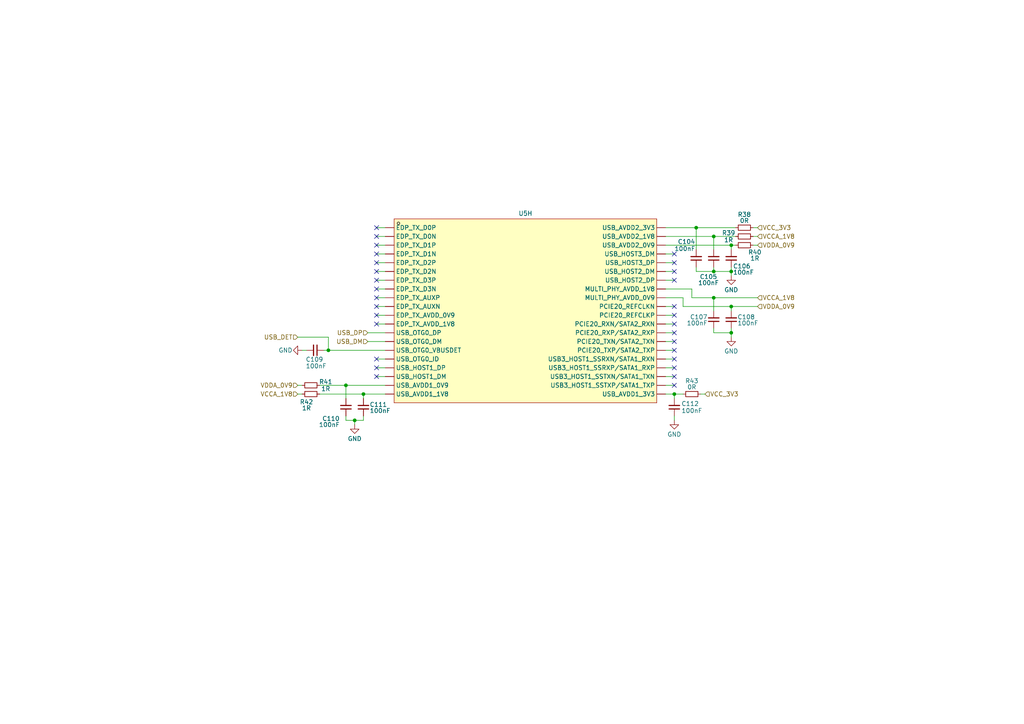
<source format=kicad_sch>
(kicad_sch (version 20250114) (generator "eeschema") (generator_version "9.0")
  (paper "A4")
  (title_block (title "USB AVDD") (date "2025-11-23") (rev "1.0") (company "UVic Rocketry") (comment 1 "Author: Eric Handley"))
  (junction (at 201.93 66.04))
  (junction (at 212.09 71.12))
  (junction (at 212.09 88.9))
  (junction (at 212.09 96.52))
  (junction (at 95.25 101.6))
  (junction (at 212.09 78.74))
  (junction (at 207.01 68.58))
  (junction (at 102.87 121.92))
  (junction (at 100.33 111.76))
  (junction (at 207.01 78.74))
  (junction (at 105.41 114.3))
  (junction (at 207.01 86.36))
  (junction (at 195.58 114.3))
  (no_connect (at 109.22 78.74))
  (no_connect (at 195.58 73.66))
  (no_connect (at 109.22 81.28))
  (no_connect (at 195.58 99.06))
  (no_connect (at 195.58 96.52))
  (no_connect (at 109.22 91.44))
  (no_connect (at 109.22 83.82))
  (no_connect (at 109.22 86.36))
  (no_connect (at 195.58 88.9))
  (no_connect (at 195.58 106.68))
  (no_connect (at 195.58 101.6))
  (no_connect (at 195.58 91.44))
  (no_connect (at 109.22 104.14))
  (no_connect (at 195.58 93.98))
  (no_connect (at 109.22 71.12))
  (no_connect (at 195.58 81.28))
  (no_connect (at 195.58 78.74))
  (no_connect (at 195.58 109.22))
  (no_connect (at 195.58 76.2))
  (no_connect (at 109.22 76.2))
  (no_connect (at 109.22 66.04))
  (no_connect (at 109.22 106.68))
  (no_connect (at 109.22 88.9))
  (no_connect (at 109.22 109.22))
  (no_connect (at 109.22 93.98))
  (no_connect (at 195.58 104.14))
  (no_connect (at 109.22 68.58))
  (no_connect (at 195.58 111.76))
  (no_connect (at 109.22 73.66))
  (wire (pts (xy 109.22 104.14) (xy 111.76 104.14)))
  (wire (pts (xy 201.93 77.47) (xy 201.93 78.74)))
  (wire (pts (xy 212.09 88.9) (xy 219.71 88.9)))
  (wire (pts (xy 219.71 68.58) (xy 218.44 68.58)))
  (wire (pts (xy 212.09 97.79) (xy 212.09 96.52)))
  (wire (pts (xy 207.01 68.58) (xy 207.01 72.39)))
  (wire (pts (xy 198.12 88.9) (xy 212.09 88.9)))
  (wire (pts (xy 212.09 71.12) (xy 213.36 71.12)))
  (wire (pts (xy 109.22 78.74) (xy 111.76 78.74)))
  (wire (pts (xy 109.22 93.98) (xy 111.76 93.98)))
  (wire (pts (xy 201.93 66.04) (xy 201.93 72.39)))
  (wire (pts (xy 86.36 114.3) (xy 87.63 114.3)))
  (wire (pts (xy 212.09 78.74) (xy 212.09 77.47)))
  (wire (pts (xy 109.22 88.9) (xy 111.76 88.9)))
  (wire (pts (xy 207.01 86.36) (xy 219.71 86.36)))
  (wire (pts (xy 207.01 86.36) (xy 207.01 90.17)))
  (wire (pts (xy 109.22 106.68) (xy 111.76 106.68)))
  (wire (pts (xy 201.93 66.04) (xy 213.36 66.04)))
  (wire (pts (xy 92.71 114.3) (xy 105.41 114.3)))
  (wire (pts (xy 95.25 97.79) (xy 95.25 101.6)))
  (wire (pts (xy 200.66 86.36) (xy 207.01 86.36)))
  (wire (pts (xy 195.58 104.14) (xy 193.04 104.14)))
  (wire (pts (xy 105.41 115.57) (xy 105.41 114.3)))
  (wire (pts (xy 100.33 111.76) (xy 111.76 111.76)))
  (wire (pts (xy 207.01 68.58) (xy 213.36 68.58)))
  (wire (pts (xy 212.09 96.52) (xy 212.09 95.25)))
  (wire (pts (xy 100.33 121.92) (xy 102.87 121.92)))
  (wire (pts (xy 195.58 121.92) (xy 195.58 120.65)))
  (wire (pts (xy 195.58 114.3) (xy 198.12 114.3)))
  (wire (pts (xy 212.09 78.74) (xy 207.01 78.74)))
  (wire (pts (xy 193.04 86.36) (xy 198.12 86.36)))
  (wire (pts (xy 195.58 81.28) (xy 193.04 81.28)))
  (wire (pts (xy 109.22 73.66) (xy 111.76 73.66)))
  (wire (pts (xy 105.41 114.3) (xy 111.76 114.3)))
  (wire (pts (xy 212.09 88.9) (xy 212.09 90.17)))
  (wire (pts (xy 106.68 99.06) (xy 111.76 99.06)))
  (wire (pts (xy 198.12 86.36) (xy 198.12 88.9)))
  (wire (pts (xy 102.87 123.19) (xy 102.87 121.92)))
  (wire (pts (xy 86.36 111.76) (xy 87.63 111.76)))
  (wire (pts (xy 195.58 96.52) (xy 193.04 96.52)))
  (wire (pts (xy 86.36 97.79) (xy 95.25 97.79)))
  (wire (pts (xy 195.58 78.74) (xy 193.04 78.74)))
  (wire (pts (xy 109.22 66.04) (xy 111.76 66.04)))
  (wire (pts (xy 212.09 80.01) (xy 212.09 78.74)))
  (wire (pts (xy 109.22 83.82) (xy 111.76 83.82)))
  (wire (pts (xy 195.58 115.57) (xy 195.58 114.3)))
  (wire (pts (xy 102.87 121.92) (xy 105.41 121.92)))
  (wire (pts (xy 195.58 109.22) (xy 193.04 109.22)))
  (wire (pts (xy 109.22 71.12) (xy 111.76 71.12)))
  (wire (pts (xy 212.09 71.12) (xy 212.09 72.39)))
  (wire (pts (xy 204.47 114.3) (xy 203.2 114.3)))
  (wire (pts (xy 193.04 66.04) (xy 201.93 66.04)))
  (wire (pts (xy 193.04 71.12) (xy 212.09 71.12)))
  (wire (pts (xy 207.01 96.52) (xy 207.01 95.25)))
  (wire (pts (xy 207.01 78.74) (xy 207.01 77.47)))
  (wire (pts (xy 193.04 114.3) (xy 195.58 114.3)))
  (wire (pts (xy 195.58 93.98) (xy 193.04 93.98)))
  (wire (pts (xy 105.41 121.92) (xy 105.41 120.65)))
  (wire (pts (xy 100.33 121.92) (xy 100.33 120.65)))
  (wire (pts (xy 193.04 111.76) (xy 195.58 111.76)))
  (wire (pts (xy 87.63 101.6) (xy 88.9 101.6)))
  (wire (pts (xy 93.98 101.6) (xy 95.25 101.6)))
  (wire (pts (xy 106.68 96.52) (xy 111.76 96.52)))
  (wire (pts (xy 109.22 91.44) (xy 111.76 91.44)))
  (wire (pts (xy 195.58 106.68) (xy 193.04 106.68)))
  (wire (pts (xy 109.22 68.58) (xy 111.76 68.58)))
  (wire (pts (xy 212.09 96.52) (xy 207.01 96.52)))
  (wire (pts (xy 109.22 109.22) (xy 111.76 109.22)))
  (wire (pts (xy 195.58 73.66) (xy 193.04 73.66)))
  (wire (pts (xy 195.58 88.9) (xy 193.04 88.9)))
  (wire (pts (xy 219.71 66.04) (xy 218.44 66.04)))
  (wire (pts (xy 109.22 81.28) (xy 111.76 81.28)))
  (wire (pts (xy 200.66 86.36) (xy 200.66 83.82)))
  (wire (pts (xy 193.04 68.58) (xy 207.01 68.58)))
  (wire (pts (xy 100.33 115.57) (xy 100.33 111.76)))
  (wire (pts (xy 193.04 83.82) (xy 200.66 83.82)))
  (wire (pts (xy 92.71 111.76) (xy 100.33 111.76)))
  (wire (pts (xy 195.58 91.44) (xy 193.04 91.44)))
  (wire (pts (xy 219.71 71.12) (xy 218.44 71.12)))
  (wire (pts (xy 109.22 86.36) (xy 111.76 86.36)))
  (wire (pts (xy 195.58 76.2) (xy 193.04 76.2)))
  (wire (pts (xy 207.01 78.74) (xy 201.93 78.74)))
  (wire (pts (xy 95.25 101.6) (xy 111.76 101.6)))
  (wire (pts (xy 195.58 101.6) (xy 193.04 101.6)))
  (wire (pts (xy 195.58 99.06) (xy 193.04 99.06)))
  (wire (pts (xy 109.22 76.2) (xy 111.76 76.2)))
  (hierarchical_label "VDDA_0V9" (shape input) (at 219.71 88.9 0))
  (hierarchical_label "USB_DM" (shape input) (at 106.68 99.06 180))
  (hierarchical_label "VCCA_1V8" (shape input) (at 86.36 114.3 180))
  (hierarchical_label "USB_DP" (shape input) (at 106.68 96.52 180))
  (hierarchical_label "VCC_3V3" (shape input) (at 219.71 66.04 0))
  (hierarchical_label "VDDA_0V9" (shape input) (at 86.36 111.76 180))
  (hierarchical_label "VCCA_1V8" (shape input) (at 219.71 68.58 0))
  (hierarchical_label "USB_DET" (shape input) (at 86.36 97.79 180))
  (hierarchical_label "VCC_3V3" (shape input) (at 204.47 114.3 0))
  (hierarchical_label "VDDA_0V9" (shape input) (at 219.71 71.12 0))
  (hierarchical_label "VCCA_1V8" (shape input) (at 219.71 86.36 0))
  (symbol (lib_id "power:GND") (at 195.58 121.92 0) (mirror y) (unit 1)
    (property "Reference" "#PWR075" (effects (hide yes)))
    (property "Value" "GND" (at 195.58 125.984 0))
    (property "Description" "Power symbol creates a global label with name \"GND\" , ground" (effects (hide yes)))
  )
  (symbol (lib_id "Device:R_Small") (at 215.9 66.04 270) (unit 1)
    (property "Reference" "R38" (at 215.9 62.23 90))
    (property "Value" "0R" (at 215.9 64.008 90))
    (property "Description" "Resistor, small symbol" (effects (hide yes)))
  )
  (symbol (lib_name "root_0_RK3566__3") (lib_id "RK35661_RK3566-altium-import:root_0_RK3566_") (at 152.4 90.17 0) (unit 8)
    (property "Reference" "U5" (at 152.4 61.9069 0))
    (property "Value" "RK3566" (effects (hide yes)))
    (property "Footprint" "srad-camera-footprints:BGA-565_L15.5-W14.4-P0.40_RK3566_1" (effects (hide yes)))
    (property "SYMBOL" "RK3566" (effects (hide yes)))
    (property "DEVICE" "RK3566" (effects (hide yes)))
    (property "LCSC PART NAME" "RK3566" (effects (hide yes)))
    (property "SUPPLIER PART" "C2943786" (effects (hide yes)))
    (property "MANUFACTURER" "Rockchip(瑞芯微)" (effects (hide yes)))
    (property "MANUFACTURER PART" "RK3566" (effects (hide yes)))
    (property "SUPPLIER FOOTPRINT" "BGA-565(15.5x14.4)" (effects (hide yes)))
    (property "JLCPCB PART CLASS" "Extended Part" (effects (hide yes)))
    (property "DATASHEET" "https://atta.szlcsc.com/upload/public/pdf/source/20240126/58C1D355804B22318A1D6A9C85EA3A92.pdf" (effects (hide yes)))
    (property "SUPPLIER" "LCSC" (effects (hide yes)))
    (property "ADD INTO BOM" "yes" (effects (hide yes)))
    (property "CONVERT TO PCB" "yes" (effects (hide yes)))
  )
  (symbol (lib_id "Device:C_Small") (at 212.09 74.93 180) (unit 1)
    (property "Reference" "C106" (at 212.598 77.216 0) (effects (justify right)))
    (property "Value" "100nF" (at 212.598 78.994 0) (effects (justify right)))
    (property "Description" "Unpolarized capacitor, small symbol" (effects (hide yes)))
  )
  (symbol (lib_id "Device:C_Small") (at 105.41 118.11 0) (mirror x) (unit 1)
    (property "Reference" "C111" (at 107.188 117.348 0) (effects (justify left)))
    (property "Value" "100nF" (at 107.188 119.126 0) (effects (justify left)))
    (property "Description" "Unpolarized capacitor, small symbol" (effects (hide yes)))
  )
  (symbol (lib_id "power:GND") (at 87.63 101.6 270) (mirror x) (unit 1)
    (property "Reference" "#PWR074" (effects (hide yes)))
    (property "Value" "GND" (at 82.804 101.6 90))
    (property "Description" "Power symbol creates a global label with name \"GND\" , ground" (effects (hide yes)))
  )
  (symbol (lib_id "power:GND") (at 102.87 123.19 0) (unit 1)
    (property "Reference" "#PWR076" (effects (hide yes)))
    (property "Value" "GND" (at 102.87 127.254 0))
    (property "Description" "Power symbol creates a global label with name \"GND\" , ground" (effects (hide yes)))
  )
  (symbol (lib_id "Device:C_Small") (at 201.93 74.93 180) (unit 1)
    (property "Reference" "C104" (at 201.676 70.104 0) (effects (justify left)))
    (property "Value" "100nF" (at 201.676 72.136 0) (effects (justify left)))
    (property "Description" "Unpolarized capacitor, small symbol" (effects (hide yes)))
  )
  (symbol (lib_id "Device:C_Small") (at 195.58 118.11 180) (unit 1)
    (property "Reference" "C112" (at 197.612 117.094 0) (effects (justify right)))
    (property "Value" "100nF" (at 197.612 119.1195 0) (effects (justify right)))
    (property "Description" "Unpolarized capacitor, small symbol" (effects (hide yes)))
  )
  (symbol (lib_id "power:GND") (at 212.09 80.01 0) (mirror y) (unit 1)
    (property "Reference" "#PWR072" (effects (hide yes)))
    (property "Value" "GND" (at 212.09 84.074 0))
    (property "Description" "Power symbol creates a global label with name \"GND\" , ground" (effects (hide yes)))
  )
  (symbol (lib_id "Device:R_Small") (at 90.17 111.76 90) (mirror x) (unit 1)
    (property "Reference" "R41" (at 94.488 110.744 90))
    (property "Value" "1R" (at 94.488 112.776 90))
    (property "Description" "Resistor, small symbol" (effects (hide yes)))
  )
  (symbol (lib_id "Device:R_Small") (at 200.66 114.3 270) (unit 1)
    (property "Reference" "R43" (at 200.66 110.49 90))
    (property "Value" "0R" (at 200.66 112.268 90))
    (property "Description" "Resistor, small symbol" (effects (hide yes)))
  )
  (symbol (lib_id "Device:C_Small") (at 91.44 101.6 270) (mirror x) (unit 1)
    (property "Reference" "C109" (at 88.646 104.2557 90) (effects (justify left)))
    (property "Value" "100nF" (at 88.646 106.172 90) (effects (justify left)))
    (property "Description" "Unpolarized capacitor, small symbol" (effects (hide yes)))
  )
  (symbol (lib_id "Device:C_Small") (at 207.01 74.93 180) (unit 1)
    (property "Reference" "C105" (at 205.486 80.264 0))
    (property "Value" "100nF" (at 205.486 82.042 0))
    (property "Description" "Unpolarized capacitor, small symbol" (effects (hide yes)))
  )
  (symbol (lib_id "Device:R_Small") (at 215.9 68.58 270) (unit 1)
    (property "Reference" "R39" (at 211.328 67.564 90))
    (property "Value" "1R" (at 211.328 69.596 90))
    (property "Description" "Resistor, small symbol" (effects (hide yes)))
  )
  (symbol (lib_id "power:GND") (at 212.09 97.79 0) (mirror y) (unit 1)
    (property "Reference" "#PWR073" (effects (hide yes)))
    (property "Value" "GND" (at 212.09 101.854 0))
    (property "Description" "Power symbol creates a global label with name \"GND\" , ground" (effects (hide yes)))
  )
  (symbol (lib_id "Device:C_Small") (at 212.09 92.71 0) (mirror x) (unit 1)
    (property "Reference" "C108" (at 213.868 91.948 0) (effects (justify left)))
    (property "Value" "100nF" (at 213.868 93.7195 0) (effects (justify left)))
    (property "Description" "Unpolarized capacitor, small symbol" (effects (hide yes)))
  )
  (symbol (lib_id "Device:R_Small") (at 90.17 114.3 90) (mirror x) (unit 1)
    (property "Reference" "R42" (at 88.9 116.586 90))
    (property "Value" "1R" (at 88.9 118.364 90))
    (property "Description" "Resistor, small symbol" (effects (hide yes)))
  )
  (symbol (lib_id "Device:R_Small") (at 215.9 71.12 270) (unit 1)
    (property "Reference" "R40" (at 218.948 73.152 90))
    (property "Value" "1R" (at 218.948 74.93 90))
    (property "Description" "Resistor, small symbol" (effects (hide yes)))
  )
  (symbol (lib_id "Device:C_Small") (at 100.33 118.11 0) (mirror x) (unit 1)
    (property "Reference" "C110" (at 98.552 121.412 0) (effects (justify right)))
    (property "Value" "100nF" (at 98.552 123.19 0) (effects (justify right)))
    (property "Description" "Unpolarized capacitor, small symbol" (effects (hide yes)))
  )
  (symbol (lib_id "Device:C_Small") (at 207.01 92.71 180) (unit 1)
    (property "Reference" "C107" (at 205.232 91.948 0) (effects (justify left)))
    (property "Value" "100nF" (at 205.232 93.7195 0) (effects (justify left)))
    (property "Description" "Unpolarized capacitor, small symbol" (effects (hide yes)))
  )
)
</source>
